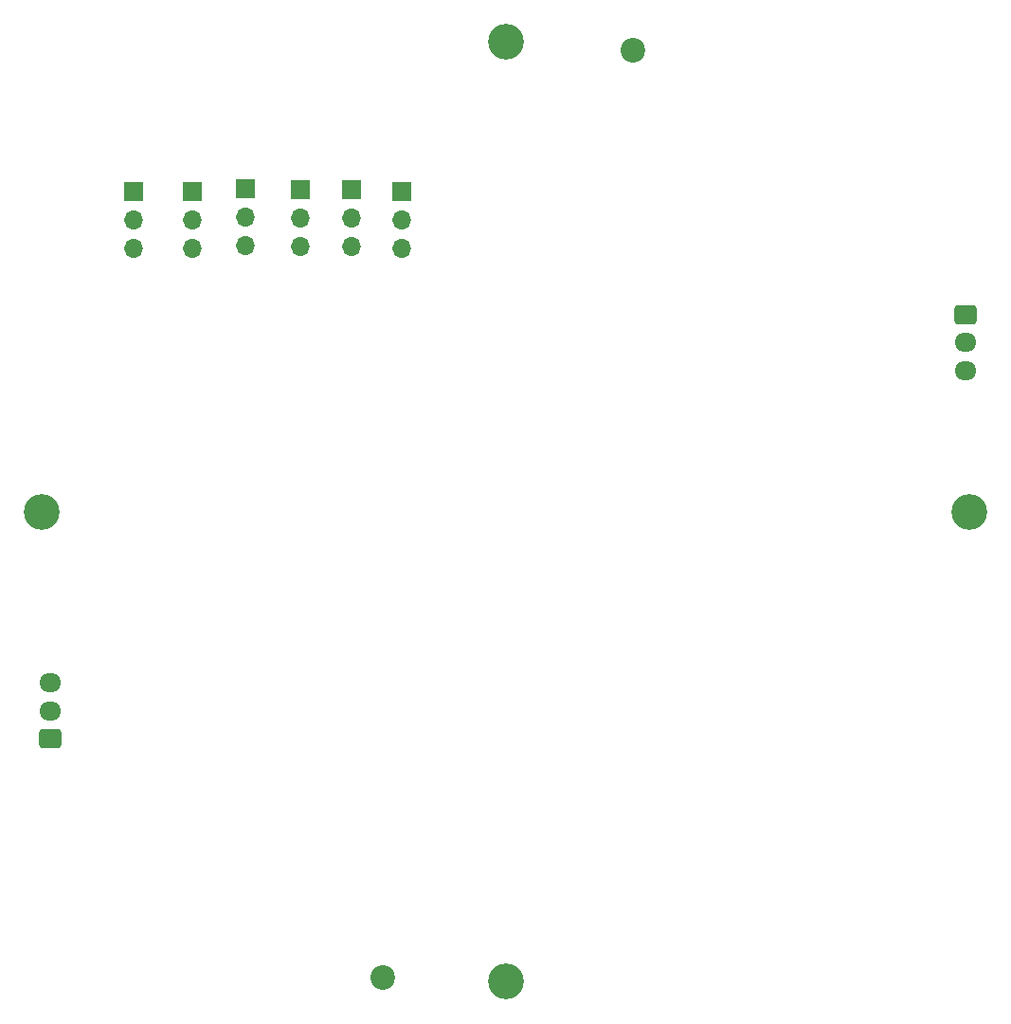
<source format=gbr>
%TF.GenerationSoftware,KiCad,Pcbnew,8.0.1-rc1*%
%TF.CreationDate,2024-03-31T01:12:23-05:00*%
%TF.ProjectId,dome_rgbwauv_pcb,646f6d65-5f72-4676-9277-6175765f7063,rev?*%
%TF.SameCoordinates,Original*%
%TF.FileFunction,Soldermask,Bot*%
%TF.FilePolarity,Negative*%
%FSLAX46Y46*%
G04 Gerber Fmt 4.6, Leading zero omitted, Abs format (unit mm)*
G04 Created by KiCad (PCBNEW 8.0.1-rc1) date 2024-03-31 01:12:23*
%MOMM*%
%LPD*%
G01*
G04 APERTURE LIST*
G04 Aperture macros list*
%AMRoundRect*
0 Rectangle with rounded corners*
0 $1 Rounding radius*
0 $2 $3 $4 $5 $6 $7 $8 $9 X,Y pos of 4 corners*
0 Add a 4 corners polygon primitive as box body*
4,1,4,$2,$3,$4,$5,$6,$7,$8,$9,$2,$3,0*
0 Add four circle primitives for the rounded corners*
1,1,$1+$1,$2,$3*
1,1,$1+$1,$4,$5*
1,1,$1+$1,$6,$7*
1,1,$1+$1,$8,$9*
0 Add four rect primitives between the rounded corners*
20,1,$1+$1,$2,$3,$4,$5,0*
20,1,$1+$1,$4,$5,$6,$7,0*
20,1,$1+$1,$6,$7,$8,$9,0*
20,1,$1+$1,$8,$9,$2,$3,0*%
G04 Aperture macros list end*
%ADD10R,1.700000X1.700000*%
%ADD11O,1.700000X1.700000*%
%ADD12C,3.200000*%
%ADD13C,2.200000*%
%ADD14RoundRect,0.250000X-0.725000X0.600000X-0.725000X-0.600000X0.725000X-0.600000X0.725000X0.600000X0*%
%ADD15O,1.950000X1.700000*%
%ADD16RoundRect,0.250000X0.725000X-0.600000X0.725000X0.600000X-0.725000X0.600000X-0.725000X-0.600000X0*%
G04 APERTURE END LIST*
D10*
%TO.C,JP1*%
X111188044Y-65658659D03*
D11*
X111188044Y-68198659D03*
X111188044Y-70738659D03*
%TD*%
D10*
%TO.C,JP2*%
X106438044Y-65923659D03*
D11*
X106438044Y-68463659D03*
X106438044Y-71003659D03*
%TD*%
D12*
%TO.C,REF\u002A\u002A*%
X134478144Y-52548659D03*
%TD*%
D10*
%TO.C,JP5*%
X125188044Y-65868659D03*
D11*
X125188044Y-68408659D03*
X125188044Y-70948659D03*
%TD*%
D12*
%TO.C,REF\u002A\u002A*%
X175918244Y-94496759D03*
%TD*%
D10*
%TO.C,JP3*%
X101188044Y-65923659D03*
D11*
X101188044Y-68463659D03*
X101188044Y-71003659D03*
%TD*%
D12*
%TO.C,REF\u002A\u002A*%
X93038044Y-94496759D03*
%TD*%
%TO.C,REF\u002A\u002A*%
X134478144Y-136444859D03*
%TD*%
D13*
%TO.C,H1*%
X145820044Y-53307659D03*
%TD*%
%TO.C,H2*%
X123486044Y-136043659D03*
%TD*%
D10*
%TO.C,JP4*%
X116138044Y-65698659D03*
D11*
X116138044Y-68238659D03*
X116138044Y-70778659D03*
%TD*%
D10*
%TO.C,JP6*%
X120688044Y-65698659D03*
D11*
X120688044Y-68238659D03*
X120688044Y-70778659D03*
%TD*%
D14*
%TO.C,J2*%
X175588044Y-76873659D03*
D15*
X175588044Y-79373659D03*
X175588044Y-81873659D03*
%TD*%
D16*
%TO.C,J1*%
X93788044Y-114778659D03*
D15*
X93788044Y-112278659D03*
X93788044Y-109778659D03*
%TD*%
M02*

</source>
